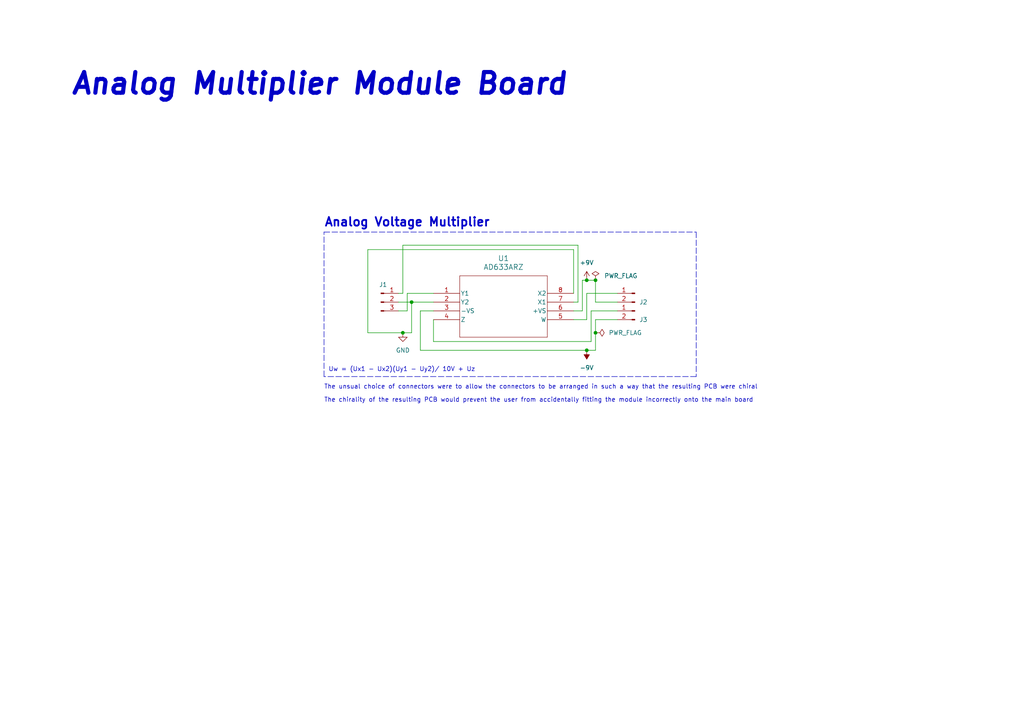
<source format=kicad_sch>
(kicad_sch (version 20230121) (generator eeschema)
  (paper "A4")
  (title_block (title "Analog Multiplier Module Board") (date "2024-02-06") (rev "0.1") (company "Carlos Craveiro") (comment 1 "Part of the set of Einstein-Boltzmann boards"))
  (lib_symbols
    (symbol "2024-02-06_17-08-26:AD633ARZ" (pin_names (offset 0.254))
      (property "Reference" "U" (at 20.32 10.16 0))
      (property "Value" "AD633ARZ" (at 20.32 7.62 0))
      (symbol "AD633ARZ_0_1"
        (polyline (pts (xy 7.62 -12.7) (xy 33.02 -12.7)) (stroke (width 0.127)))
        (polyline (pts (xy 7.62 5.08) (xy 7.62 -12.7)) (stroke (width 0.127)))
        (polyline (pts (xy 33.02 -12.7) (xy 33.02 5.08)) (stroke (width 0.127)))
        (polyline (pts (xy 33.02 5.08) (xy 7.62 5.08)) (stroke (width 0.127)))
        (pin power_in line (at 0 -5.08 0) (length 7.62) (name "-VS") (number "3"))
        (pin power_in line (at 40.64 -5.08 180) (length 7.62) (name "+VS") (number "6"))
      )
      (symbol "AD633ARZ_1_1"
        (pin input line (at 0 0 0) (length 7.62) (name "Y1") (number "1"))
        (pin input line (at 0 -2.54 0) (length 7.62) (name "Y2") (number "2"))
        (pin output line (at 0 -7.62 0) (length 7.62) (name "Z") (number "4"))
        (pin output line (at 40.64 -7.62 180) (length 7.62) (name "W") (number "5"))
        (pin input line (at 40.64 -2.54 180) (length 7.62) (name "X1") (number "7"))
        (pin input line (at 40.64 0 180) (length 7.62) (name "X2") (number "8"))
      )
    )
    (symbol "Connector:Conn_01x02_Pin" (pin_names (offset 1.016) hide)
      (property "Reference" "J" (at 0 2.54 0))
      (property "Value" "Conn_01x02_Pin" (at 0 -5.08 0))
      (symbol "Conn_01x02_Pin_1_1"
        (polyline (pts (xy 1.27 -2.54) (xy 0.8636 -2.54)) (stroke (width 0.1524)))
        (polyline (pts (xy 1.27 0) (xy 0.8636 0)) (stroke (width 0.1524)))
        (rectangle (start 0.8636 -2.413) (end 0 -2.667) (stroke (width 0.1524)) (fill (type outline)))
        (rectangle (start 0.8636 0.127) (end 0 -0.127) (stroke (width 0.1524)) (fill (type outline)))
        (pin passive line (at 5.08 0 180) (length 3.81) (name "Pin_1") (number "1"))
        (pin passive line (at 5.08 -2.54 180) (length 3.81) (name "Pin_2") (number "2"))
      )
    )
    (symbol "Connector:Conn_01x03_Pin" (pin_names (offset 1.016) hide)
      (property "Reference" "J" (at 0 5.08 0))
      (property "Value" "Conn_01x03_Pin" (at 0 -5.08 0))
      (symbol "Conn_01x03_Pin_1_1"
        (polyline (pts (xy 1.27 -2.54) (xy 0.8636 -2.54)) (stroke (width 0.1524)))
        (polyline (pts (xy 1.27 0) (xy 0.8636 0)) (stroke (width 0.1524)))
        (polyline (pts (xy 1.27 2.54) (xy 0.8636 2.54)) (stroke (width 0.1524)))
        (rectangle (start 0.8636 -2.413) (end 0 -2.667) (stroke (width 0.1524)) (fill (type outline)))
        (rectangle (start 0.8636 0.127) (end 0 -0.127) (stroke (width 0.1524)) (fill (type outline)))
        (rectangle (start 0.8636 2.667) (end 0 2.413) (stroke (width 0.1524)) (fill (type outline)))
        (pin passive line (at 5.08 2.54 180) (length 3.81) (name "Pin_1") (number "1"))
        (pin passive line (at 5.08 0 180) (length 3.81) (name "Pin_2") (number "2"))
        (pin passive line (at 5.08 -2.54 180) (length 3.81) (name "Pin_3") (number "3"))
      )
    )
    (symbol "power:+9V" (power) (pin_names (offset 0))
      (property "Value" "+9V" (at 0 3.556 0))
      (symbol "+9V_0_1"
        (polyline (pts (xy -0.762 1.27) (xy 0 2.54)))
        (polyline (pts (xy 0 0) (xy 0 2.54)))
        (polyline (pts (xy 0 2.54) (xy 0.762 1.27)))
      )
      (symbol "+9V_1_1"
        (pin power_in line (at 0 0 90) (length 0) hide (name "+9V") (number "1"))
      )
    )
    (symbol "power:-9V" (power) (pin_names (offset 0))
      (property "Value" "-9V" (at 0 3.81 0))
      (symbol "-9V_0_1"
        (polyline (pts (xy 0 0) (xy 0 2.54)))
        (polyline (pts (xy 0.762 1.27) (xy -0.762 1.27) (xy 0 2.54) (xy 0.762 1.27)) (fill (type outline)))
      )
      (symbol "-9V_1_1"
        (pin power_in line (at 0 0 90) (length 0) hide (name "-9V") (number "1"))
      )
    )
    (symbol "power:GND" (power) (pin_names (offset 0))
      (property "Value" "GND" (at 0 -3.81 0))
      (symbol "GND_0_1"
        (polyline (pts (xy 0 0) (xy 0 -1.27) (xy 1.27 -1.27) (xy 0 -2.54) (xy -1.27 -1.27) (xy 0 -1.27)))
      )
      (symbol "GND_1_1"
        (pin power_in line (at 0 0 270) (length 0) hide (name "GND") (number "1"))
      )
    )
    (symbol "power:PWR_FLAG" (power) (pin_numbers hide) (pin_names (offset 0) hide)
      (property "Value" "PWR_FLAG" (at 0 3.81 0))
      (symbol "PWR_FLAG_0_0"
        (pin power_out line (at 0 0 90) (length 0) (name "pwr") (number "1"))
      )
      (symbol "PWR_FLAG_0_1"
        (polyline (pts (xy 0 0) (xy 0 1.27) (xy -1.016 1.905) (xy 0 2.54) (xy 1.016 1.905) (xy 0 1.27)))
      )
    )
    (symbol "power:VEE" (power) (pin_names (offset 0))
      (property "Value" "VEE" (at 0 3.81 0))
      (symbol "VEE_0_1"
        (polyline (pts (xy 0 0) (xy 0 2.54)))
        (polyline (pts (xy 0.762 1.27) (xy -0.762 1.27) (xy 0 2.54) (xy 0.762 1.27)) (fill (type outline)))
      )
      (symbol "VEE_1_1"
        (pin power_in line (at 0 0 90) (length 0) hide (name "VEE") (number "1"))
      )
    )
  )
  (junction (at 172.72 96.52))
  (junction (at 170.18 81.28))
  (junction (at 116.84 96.52))
  (junction (at 172.72 81.28))
  (junction (at 119.38 87.63))
  (junction (at 170.18 101.6))
  (wire (pts (xy 170.18 81.28) (xy 172.72 81.28)))
  (wire (pts (xy 166.37 92.71) (xy 170.18 92.71)))
  (wire (pts (xy 106.68 96.52) (xy 116.84 96.52)))
  (wire (pts (xy 116.84 71.12) (xy 167.64 71.12)))
  (wire (pts (xy 171.45 90.17) (xy 179.07 90.17)))
  (wire (pts (xy 168.91 81.28) (xy 168.91 90.17)))
  (wire (pts (xy 172.72 87.63) (xy 179.07 87.63)))
  (wire (pts (xy 121.92 90.17) (xy 125.73 90.17)))
  (wire (pts (xy 125.73 92.71) (xy 125.73 99.06)))
  (wire (pts (xy 121.92 90.17) (xy 121.92 101.6)))
  (wire (pts (xy 170.18 101.6) (xy 172.72 101.6)))
  (wire (pts (xy 116.84 71.12) (xy 116.84 85.09)))
  (wire (pts (xy 170.18 85.09) (xy 179.07 85.09)))
  (wire (pts (xy 172.72 92.71) (xy 179.07 92.71)))
  (wire (pts (xy 119.38 87.63) (xy 119.38 96.52)))
  (wire (pts (xy 125.73 99.06) (xy 171.45 99.06)))
  (wire (pts (xy 118.11 90.17) (xy 118.11 85.09)))
  (wire (pts (xy 171.45 99.06) (xy 171.45 90.17)))
  (wire (pts (xy 115.57 90.17) (xy 118.11 90.17)))
  (wire (pts (xy 166.37 85.09) (xy 166.37 72.39)))
  (wire (pts (xy 118.11 85.09) (xy 125.73 85.09)))
  (wire (pts (xy 121.92 101.6) (xy 170.18 101.6)))
  (wire (pts (xy 167.64 87.63) (xy 167.64 71.12)))
  (wire (pts (xy 172.72 81.28) (xy 172.72 87.63)))
  (wire (pts (xy 172.72 101.6) (xy 172.72 96.52)))
  (wire (pts (xy 170.18 85.09) (xy 170.18 92.71)))
  (wire (pts (xy 115.57 87.63) (xy 119.38 87.63)))
  (wire (pts (xy 125.73 87.63) (xy 119.38 87.63)))
  (wire (pts (xy 166.37 90.17) (xy 168.91 90.17)))
  (wire (pts (xy 116.84 85.09) (xy 115.57 85.09)))
  (polyline (pts (xy 93.98 109.22) (xy 93.98 67.31)) (stroke (width 0) (type dash)))
  (wire (pts (xy 106.68 72.39) (xy 106.68 96.52)))
  (wire (pts (xy 166.37 72.39) (xy 106.68 72.39)))
  (polyline (pts (xy 201.93 67.31) (xy 201.93 109.22)) (stroke (width 0) (type dash)))
  (polyline (pts (xy 93.98 67.31) (xy 201.93 67.31)) (stroke (width 0) (type dash)))
  (wire (pts (xy 168.91 81.28) (xy 170.18 81.28)))
  (wire (pts (xy 116.84 96.52) (xy 119.38 96.52)))
  (wire (pts (xy 172.72 96.52) (xy 172.72 92.71)))
  (polyline (pts (xy 201.93 109.22) (xy 93.98 109.22)) (stroke (width 0) (type dash)))
  (wire (pts (xy 166.37 87.63) (xy 167.64 87.63)))
  (text "The chirality of the resulting PCB would prevent the user from accidentally fitting the module incorrectly onto the main board\n" (at 93.98 116.84 0) (effects (font (size 1.27 1.27)) (justify left bottom)))
  (text "Analog Multiplier Module Board" (at 20.32 27.94 0) (effects (font (size 6 6) (thickness 1.2) bold italic) (justify left bottom)))
  (text "Analog Voltage Multiplier\n" (at 93.98 66.04 0) (effects (font (size 2.5 2.5) (thickness 0.5) bold) (justify left bottom)))
  (text "The unsual choice of connectors were to allow the connectors to be arranged in such a way that the resulting PCB were chiral\n" (at 93.98 113.03 0) (effects (font (size 1.27 1.27)) (justify left bottom)))
  (text "Uw = (Ux1 - Ux2)(Uy1 - Uy2)/ 10V + Uz" (at 95.25 107.95 0) (effects (font (size 1.27 1.27)) (justify left bottom)))
  (symbol (lib_id "power:-9V") (at 170.18 101.6 180) (unit 1)
    (property "Reference" "#PWR04" (effects hide))
    (property "Value" "-9V" (at 170.18 106.68 0))
  )
  (symbol (lib_id "power:GND") (at 116.84 96.52 0) (unit 1)
    (property "Reference" "#PWR03" (effects hide))
    (property "Value" "GND" (at 116.84 101.6 0))
  )
  (symbol (lib_id "Connector:Conn_01x02_Pin") (at 184.15 90.17 0) (mirror y) (unit 1)
    (property "Reference" "J3" (at 185.42 92.71 0) (effects (justify right)))
    (property "Value" "Conn_01x02_Pin" (effects hide))
    (property "Footprint" "Connector_PinHeader_2.54mm:PinHeader_1x02_P2.54mm_Vertical" (effects hide))
  )
  (symbol (lib_id "power:VEE") (at 170.18 101.6 180) (unit 1)
    (property "Reference" "#PWR02" (effects hide))
    (property "Value" "VEE" (effects hide))
  )
  (symbol (lib_id "2024-02-06_17-08-26:AD633ARZ") (at 125.73 85.09 0) (unit 1)
    (property "Reference" "U1" (at 146.05 74.93 0) (effects (font (size 1.524 1.524))))
    (property "Value" "AD633ARZ" (at 146.05 77.47 0) (effects (font (size 1.524 1.524))))
    (property "Footprint" "R_8_ADI" (effects hide))
    (property "Datasheet" "https://www.analog.com/en/products/ad633.html" (effects hide))
  )
  (symbol (lib_id "power:+9V") (at 170.18 81.28 0) (unit 1)
    (property "Reference" "#PWR01" (effects hide))
    (property "Value" "+9V" (at 170.18 76.2 0))
  )
  (symbol (lib_id "Connector:Conn_01x02_Pin") (at 184.15 85.09 0) (mirror y) (unit 1)
    (property "Reference" "J2" (at 185.42 87.63 0) (effects (justify right)))
    (property "Value" "Conn_01x02_Pin" (effects hide))
    (property "Footprint" "Connector_PinHeader_2.54mm:PinHeader_1x02_P2.54mm_Vertical" (effects hide))
  )
  (symbol (lib_id "power:PWR_FLAG") (at 172.72 81.28 0) (unit 1)
    (property "Reference" "#FLG02" (effects hide))
    (property "Value" "PWR_FLAG" (at 175.26 80.01 0) (effects (justify left)))
  )
  (symbol (lib_id "power:PWR_FLAG") (at 172.72 96.52 270) (unit 1)
    (property "Reference" "#FLG01" (effects hide))
    (property "Value" "PWR_FLAG" (at 176.53 96.52 90) (effects (justify left)))
  )
  (symbol (lib_id "Connector:Conn_01x03_Pin") (at 110.49 87.63 0) (unit 1)
    (property "Reference" "J1" (at 111.125 82.55 0))
    (property "Value" "Conn_01x03_Pin" (effects hide))
    (property "Footprint" "Connector_PinHeader_2.54mm:PinHeader_1x03_P2.54mm_Vertical" (effects hide))
  )
)
</source>
